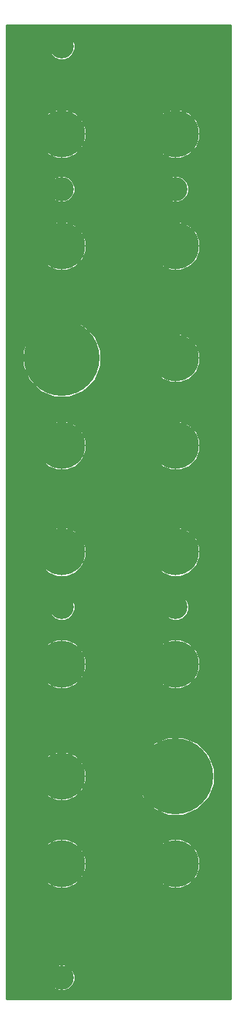
<source format=gbl>
G04 #@! TF.GenerationSoftware,KiCad,Pcbnew,(5.0.0)*
G04 #@! TF.CreationDate,2018-08-12T22:01:39+02:00*
G04 #@! TF.ProjectId,twobytwo_tone_rev1_panel,74776F627974776F5F746F6E655F7265,rev?*
G04 #@! TF.SameCoordinates,Original*
G04 #@! TF.FileFunction,Copper,L2,Bot,Signal*
G04 #@! TF.FilePolarity,Positive*
%FSLAX46Y46*%
G04 Gerber Fmt 4.6, Leading zero omitted, Abs format (unit mm)*
G04 Created by KiCad (PCBNEW (5.0.0)) date 08/12/18 22:01:39*
%MOMM*%
%LPD*%
G01*
G04 APERTURE LIST*
G04 #@! TA.AperFunction,ComponentPad*
%ADD10C,6.200000*%
G04 #@! TD*
G04 #@! TA.AperFunction,ComponentPad*
%ADD11C,3.200000*%
G04 #@! TD*
G04 #@! TA.AperFunction,ComponentPad*
%ADD12C,10.000000*%
G04 #@! TD*
G04 #@! TA.AperFunction,NonConductor*
%ADD13C,0.254000*%
G04 #@! TD*
G04 APERTURE END LIST*
D10*
G04 #@! TO.P,REF\002A\002A,*
G04 #@! TO.N,*
X22500000Y-43990000D03*
G04 #@! TD*
G04 #@! TO.P,REF\002A\002A,*
G04 #@! TO.N,*
X22500000Y-110490000D03*
G04 #@! TD*
D11*
G04 #@! TO.P,REF\002A\002A,*
G04 #@! TO.N,*
X22500000Y-76750000D03*
G04 #@! TD*
G04 #@! TO.P,REF\002A\002A,*
G04 #@! TO.N,*
X22500000Y-21750000D03*
G04 #@! TD*
D10*
G04 #@! TO.P,REF\002A\002A,*
G04 #@! TO.N,*
X22500000Y-55490000D03*
G04 #@! TD*
G04 #@! TO.P,REF\002A\002A,*
G04 #@! TO.N,*
X22500000Y-84240000D03*
G04 #@! TD*
G04 #@! TO.P,REF\002A\002A,*
G04 #@! TO.N,*
X22500000Y-14490000D03*
G04 #@! TD*
D12*
G04 #@! TO.P,REF\002A\002A,*
G04 #@! TO.N,*
X22500000Y-98990000D03*
G04 #@! TD*
D10*
G04 #@! TO.P,REF\002A\002A,*
G04 #@! TO.N,*
X22500000Y-29240000D03*
G04 #@! TD*
G04 #@! TO.P,REF\002A\002A,*
G04 #@! TO.N,*
X22500000Y-69490000D03*
G04 #@! TD*
D11*
G04 #@! TO.P,REF\002A\002A,*
G04 #@! TO.N,*
X7500000Y-3000000D03*
G04 #@! TD*
G04 #@! TO.P,REF\002A\002A,*
G04 #@! TO.N,*
X7500000Y-125500000D03*
G04 #@! TD*
D10*
G04 #@! TO.P,REF\002A\002A,*
G04 #@! TO.N,*
X7500000Y-14490000D03*
G04 #@! TD*
G04 #@! TO.P,REF\002A\002A,*
G04 #@! TO.N,*
X7500000Y-110490000D03*
G04 #@! TD*
G04 #@! TO.P,REF\002A\002A,*
G04 #@! TO.N,*
X7500000Y-98990000D03*
G04 #@! TD*
G04 #@! TO.P,REF\002A\002A,*
G04 #@! TO.N,*
X7500000Y-84240000D03*
G04 #@! TD*
G04 #@! TO.P,REF\002A\002A,*
G04 #@! TO.N,*
X7500000Y-69490000D03*
G04 #@! TD*
G04 #@! TO.P,REF\002A\002A,*
G04 #@! TO.N,*
X7500000Y-55490000D03*
G04 #@! TD*
G04 #@! TO.P,REF\002A\002A,*
G04 #@! TO.N,*
X7500000Y-29240000D03*
G04 #@! TD*
D12*
G04 #@! TO.P,REF\002A\002A,*
G04 #@! TO.N,*
X7500000Y-43990000D03*
G04 #@! TD*
D11*
G04 #@! TO.P,REF\002A\002A,*
G04 #@! TO.N,*
X7500000Y-21750000D03*
G04 #@! TD*
G04 #@! TO.P,REF\002A\002A,*
G04 #@! TO.N,*
X7500000Y-76750000D03*
G04 #@! TD*
D13*
G36*
X29763001Y-128263000D02*
X237000Y-128263000D01*
X237000Y-125154489D01*
X5763000Y-125154489D01*
X5763000Y-125845511D01*
X6027442Y-126483932D01*
X6516068Y-126972558D01*
X7154489Y-127237000D01*
X7845511Y-127237000D01*
X8483932Y-126972558D01*
X8972558Y-126483932D01*
X9237000Y-125845511D01*
X9237000Y-125154489D01*
X8972558Y-124516068D01*
X8483932Y-124027442D01*
X7845511Y-123763000D01*
X7154489Y-123763000D01*
X6516068Y-124027442D01*
X6027442Y-124516068D01*
X5763000Y-125154489D01*
X237000Y-125154489D01*
X237000Y-109846121D01*
X4263000Y-109846121D01*
X4263000Y-111133879D01*
X4755804Y-112323613D01*
X5666387Y-113234196D01*
X6856121Y-113727000D01*
X8143879Y-113727000D01*
X9333613Y-113234196D01*
X10244196Y-112323613D01*
X10737000Y-111133879D01*
X10737000Y-109846121D01*
X19263000Y-109846121D01*
X19263000Y-111133879D01*
X19755804Y-112323613D01*
X20666387Y-113234196D01*
X21856121Y-113727000D01*
X23143879Y-113727000D01*
X24333613Y-113234196D01*
X25244196Y-112323613D01*
X25737000Y-111133879D01*
X25737000Y-109846121D01*
X25244196Y-108656387D01*
X24333613Y-107745804D01*
X23143879Y-107253000D01*
X21856121Y-107253000D01*
X20666387Y-107745804D01*
X19755804Y-108656387D01*
X19263000Y-109846121D01*
X10737000Y-109846121D01*
X10244196Y-108656387D01*
X9333613Y-107745804D01*
X8143879Y-107253000D01*
X6856121Y-107253000D01*
X5666387Y-107745804D01*
X4755804Y-108656387D01*
X4263000Y-109846121D01*
X237000Y-109846121D01*
X237000Y-98346121D01*
X4263000Y-98346121D01*
X4263000Y-99633879D01*
X4755804Y-100823613D01*
X5666387Y-101734196D01*
X6856121Y-102227000D01*
X8143879Y-102227000D01*
X9333613Y-101734196D01*
X10244196Y-100823613D01*
X10737000Y-99633879D01*
X10737000Y-98346121D01*
X10580455Y-97968187D01*
X17363000Y-97968187D01*
X17363000Y-100011813D01*
X18145061Y-101899877D01*
X19590123Y-103344939D01*
X21478187Y-104127000D01*
X23521813Y-104127000D01*
X25409877Y-103344939D01*
X26854939Y-101899877D01*
X27637000Y-100011813D01*
X27637000Y-97968187D01*
X26854939Y-96080123D01*
X25409877Y-94635061D01*
X23521813Y-93853000D01*
X21478187Y-93853000D01*
X19590123Y-94635061D01*
X18145061Y-96080123D01*
X17363000Y-97968187D01*
X10580455Y-97968187D01*
X10244196Y-97156387D01*
X9333613Y-96245804D01*
X8143879Y-95753000D01*
X6856121Y-95753000D01*
X5666387Y-96245804D01*
X4755804Y-97156387D01*
X4263000Y-98346121D01*
X237000Y-98346121D01*
X237000Y-83596121D01*
X4263000Y-83596121D01*
X4263000Y-84883879D01*
X4755804Y-86073613D01*
X5666387Y-86984196D01*
X6856121Y-87477000D01*
X8143879Y-87477000D01*
X9333613Y-86984196D01*
X10244196Y-86073613D01*
X10737000Y-84883879D01*
X10737000Y-83596121D01*
X19263000Y-83596121D01*
X19263000Y-84883879D01*
X19755804Y-86073613D01*
X20666387Y-86984196D01*
X21856121Y-87477000D01*
X23143879Y-87477000D01*
X24333613Y-86984196D01*
X25244196Y-86073613D01*
X25737000Y-84883879D01*
X25737000Y-83596121D01*
X25244196Y-82406387D01*
X24333613Y-81495804D01*
X23143879Y-81003000D01*
X21856121Y-81003000D01*
X20666387Y-81495804D01*
X19755804Y-82406387D01*
X19263000Y-83596121D01*
X10737000Y-83596121D01*
X10244196Y-82406387D01*
X9333613Y-81495804D01*
X8143879Y-81003000D01*
X6856121Y-81003000D01*
X5666387Y-81495804D01*
X4755804Y-82406387D01*
X4263000Y-83596121D01*
X237000Y-83596121D01*
X237000Y-76404489D01*
X5763000Y-76404489D01*
X5763000Y-77095511D01*
X6027442Y-77733932D01*
X6516068Y-78222558D01*
X7154489Y-78487000D01*
X7845511Y-78487000D01*
X8483932Y-78222558D01*
X8972558Y-77733932D01*
X9237000Y-77095511D01*
X9237000Y-76404489D01*
X20763000Y-76404489D01*
X20763000Y-77095511D01*
X21027442Y-77733932D01*
X21516068Y-78222558D01*
X22154489Y-78487000D01*
X22845511Y-78487000D01*
X23483932Y-78222558D01*
X23972558Y-77733932D01*
X24237000Y-77095511D01*
X24237000Y-76404489D01*
X23972558Y-75766068D01*
X23483932Y-75277442D01*
X22845511Y-75013000D01*
X22154489Y-75013000D01*
X21516068Y-75277442D01*
X21027442Y-75766068D01*
X20763000Y-76404489D01*
X9237000Y-76404489D01*
X8972558Y-75766068D01*
X8483932Y-75277442D01*
X7845511Y-75013000D01*
X7154489Y-75013000D01*
X6516068Y-75277442D01*
X6027442Y-75766068D01*
X5763000Y-76404489D01*
X237000Y-76404489D01*
X237000Y-68846121D01*
X4263000Y-68846121D01*
X4263000Y-70133879D01*
X4755804Y-71323613D01*
X5666387Y-72234196D01*
X6856121Y-72727000D01*
X8143879Y-72727000D01*
X9333613Y-72234196D01*
X10244196Y-71323613D01*
X10737000Y-70133879D01*
X10737000Y-68846121D01*
X19263000Y-68846121D01*
X19263000Y-70133879D01*
X19755804Y-71323613D01*
X20666387Y-72234196D01*
X21856121Y-72727000D01*
X23143879Y-72727000D01*
X24333613Y-72234196D01*
X25244196Y-71323613D01*
X25737000Y-70133879D01*
X25737000Y-68846121D01*
X25244196Y-67656387D01*
X24333613Y-66745804D01*
X23143879Y-66253000D01*
X21856121Y-66253000D01*
X20666387Y-66745804D01*
X19755804Y-67656387D01*
X19263000Y-68846121D01*
X10737000Y-68846121D01*
X10244196Y-67656387D01*
X9333613Y-66745804D01*
X8143879Y-66253000D01*
X6856121Y-66253000D01*
X5666387Y-66745804D01*
X4755804Y-67656387D01*
X4263000Y-68846121D01*
X237000Y-68846121D01*
X237000Y-54846121D01*
X4263000Y-54846121D01*
X4263000Y-56133879D01*
X4755804Y-57323613D01*
X5666387Y-58234196D01*
X6856121Y-58727000D01*
X8143879Y-58727000D01*
X9333613Y-58234196D01*
X10244196Y-57323613D01*
X10737000Y-56133879D01*
X10737000Y-54846121D01*
X19263000Y-54846121D01*
X19263000Y-56133879D01*
X19755804Y-57323613D01*
X20666387Y-58234196D01*
X21856121Y-58727000D01*
X23143879Y-58727000D01*
X24333613Y-58234196D01*
X25244196Y-57323613D01*
X25737000Y-56133879D01*
X25737000Y-54846121D01*
X25244196Y-53656387D01*
X24333613Y-52745804D01*
X23143879Y-52253000D01*
X21856121Y-52253000D01*
X20666387Y-52745804D01*
X19755804Y-53656387D01*
X19263000Y-54846121D01*
X10737000Y-54846121D01*
X10244196Y-53656387D01*
X9333613Y-52745804D01*
X8143879Y-52253000D01*
X6856121Y-52253000D01*
X5666387Y-52745804D01*
X4755804Y-53656387D01*
X4263000Y-54846121D01*
X237000Y-54846121D01*
X237000Y-42968187D01*
X2363000Y-42968187D01*
X2363000Y-45011813D01*
X3145061Y-46899877D01*
X4590123Y-48344939D01*
X6478187Y-49127000D01*
X8521813Y-49127000D01*
X10409877Y-48344939D01*
X11854939Y-46899877D01*
X12637000Y-45011813D01*
X12637000Y-43346121D01*
X19263000Y-43346121D01*
X19263000Y-44633879D01*
X19755804Y-45823613D01*
X20666387Y-46734196D01*
X21856121Y-47227000D01*
X23143879Y-47227000D01*
X24333613Y-46734196D01*
X25244196Y-45823613D01*
X25737000Y-44633879D01*
X25737000Y-43346121D01*
X25244196Y-42156387D01*
X24333613Y-41245804D01*
X23143879Y-40753000D01*
X21856121Y-40753000D01*
X20666387Y-41245804D01*
X19755804Y-42156387D01*
X19263000Y-43346121D01*
X12637000Y-43346121D01*
X12637000Y-42968187D01*
X11854939Y-41080123D01*
X10409877Y-39635061D01*
X8521813Y-38853000D01*
X6478187Y-38853000D01*
X4590123Y-39635061D01*
X3145061Y-41080123D01*
X2363000Y-42968187D01*
X237000Y-42968187D01*
X237000Y-28596121D01*
X4263000Y-28596121D01*
X4263000Y-29883879D01*
X4755804Y-31073613D01*
X5666387Y-31984196D01*
X6856121Y-32477000D01*
X8143879Y-32477000D01*
X9333613Y-31984196D01*
X10244196Y-31073613D01*
X10737000Y-29883879D01*
X10737000Y-28596121D01*
X19263000Y-28596121D01*
X19263000Y-29883879D01*
X19755804Y-31073613D01*
X20666387Y-31984196D01*
X21856121Y-32477000D01*
X23143879Y-32477000D01*
X24333613Y-31984196D01*
X25244196Y-31073613D01*
X25737000Y-29883879D01*
X25737000Y-28596121D01*
X25244196Y-27406387D01*
X24333613Y-26495804D01*
X23143879Y-26003000D01*
X21856121Y-26003000D01*
X20666387Y-26495804D01*
X19755804Y-27406387D01*
X19263000Y-28596121D01*
X10737000Y-28596121D01*
X10244196Y-27406387D01*
X9333613Y-26495804D01*
X8143879Y-26003000D01*
X6856121Y-26003000D01*
X5666387Y-26495804D01*
X4755804Y-27406387D01*
X4263000Y-28596121D01*
X237000Y-28596121D01*
X237000Y-21404489D01*
X5763000Y-21404489D01*
X5763000Y-22095511D01*
X6027442Y-22733932D01*
X6516068Y-23222558D01*
X7154489Y-23487000D01*
X7845511Y-23487000D01*
X8483932Y-23222558D01*
X8972558Y-22733932D01*
X9237000Y-22095511D01*
X9237000Y-21404489D01*
X20763000Y-21404489D01*
X20763000Y-22095511D01*
X21027442Y-22733932D01*
X21516068Y-23222558D01*
X22154489Y-23487000D01*
X22845511Y-23487000D01*
X23483932Y-23222558D01*
X23972558Y-22733932D01*
X24237000Y-22095511D01*
X24237000Y-21404489D01*
X23972558Y-20766068D01*
X23483932Y-20277442D01*
X22845511Y-20013000D01*
X22154489Y-20013000D01*
X21516068Y-20277442D01*
X21027442Y-20766068D01*
X20763000Y-21404489D01*
X9237000Y-21404489D01*
X8972558Y-20766068D01*
X8483932Y-20277442D01*
X7845511Y-20013000D01*
X7154489Y-20013000D01*
X6516068Y-20277442D01*
X6027442Y-20766068D01*
X5763000Y-21404489D01*
X237000Y-21404489D01*
X237000Y-13846121D01*
X4263000Y-13846121D01*
X4263000Y-15133879D01*
X4755804Y-16323613D01*
X5666387Y-17234196D01*
X6856121Y-17727000D01*
X8143879Y-17727000D01*
X9333613Y-17234196D01*
X10244196Y-16323613D01*
X10737000Y-15133879D01*
X10737000Y-13846121D01*
X19263000Y-13846121D01*
X19263000Y-15133879D01*
X19755804Y-16323613D01*
X20666387Y-17234196D01*
X21856121Y-17727000D01*
X23143879Y-17727000D01*
X24333613Y-17234196D01*
X25244196Y-16323613D01*
X25737000Y-15133879D01*
X25737000Y-13846121D01*
X25244196Y-12656387D01*
X24333613Y-11745804D01*
X23143879Y-11253000D01*
X21856121Y-11253000D01*
X20666387Y-11745804D01*
X19755804Y-12656387D01*
X19263000Y-13846121D01*
X10737000Y-13846121D01*
X10244196Y-12656387D01*
X9333613Y-11745804D01*
X8143879Y-11253000D01*
X6856121Y-11253000D01*
X5666387Y-11745804D01*
X4755804Y-12656387D01*
X4263000Y-13846121D01*
X237000Y-13846121D01*
X237000Y-2654489D01*
X5763000Y-2654489D01*
X5763000Y-3345511D01*
X6027442Y-3983932D01*
X6516068Y-4472558D01*
X7154489Y-4737000D01*
X7845511Y-4737000D01*
X8483932Y-4472558D01*
X8972558Y-3983932D01*
X9237000Y-3345511D01*
X9237000Y-2654489D01*
X8972558Y-2016068D01*
X8483932Y-1527442D01*
X7845511Y-1263000D01*
X7154489Y-1263000D01*
X6516068Y-1527442D01*
X6027442Y-2016068D01*
X5763000Y-2654489D01*
X237000Y-2654489D01*
X237000Y-237000D01*
X29763000Y-237000D01*
X29763001Y-128263000D01*
X29763001Y-128263000D01*
G37*
X29763001Y-128263000D02*
X237000Y-128263000D01*
X237000Y-125154489D01*
X5763000Y-125154489D01*
X5763000Y-125845511D01*
X6027442Y-126483932D01*
X6516068Y-126972558D01*
X7154489Y-127237000D01*
X7845511Y-127237000D01*
X8483932Y-126972558D01*
X8972558Y-126483932D01*
X9237000Y-125845511D01*
X9237000Y-125154489D01*
X8972558Y-124516068D01*
X8483932Y-124027442D01*
X7845511Y-123763000D01*
X7154489Y-123763000D01*
X6516068Y-124027442D01*
X6027442Y-124516068D01*
X5763000Y-125154489D01*
X237000Y-125154489D01*
X237000Y-109846121D01*
X4263000Y-109846121D01*
X4263000Y-111133879D01*
X4755804Y-112323613D01*
X5666387Y-113234196D01*
X6856121Y-113727000D01*
X8143879Y-113727000D01*
X9333613Y-113234196D01*
X10244196Y-112323613D01*
X10737000Y-111133879D01*
X10737000Y-109846121D01*
X19263000Y-109846121D01*
X19263000Y-111133879D01*
X19755804Y-112323613D01*
X20666387Y-113234196D01*
X21856121Y-113727000D01*
X23143879Y-113727000D01*
X24333613Y-113234196D01*
X25244196Y-112323613D01*
X25737000Y-111133879D01*
X25737000Y-109846121D01*
X25244196Y-108656387D01*
X24333613Y-107745804D01*
X23143879Y-107253000D01*
X21856121Y-107253000D01*
X20666387Y-107745804D01*
X19755804Y-108656387D01*
X19263000Y-109846121D01*
X10737000Y-109846121D01*
X10244196Y-108656387D01*
X9333613Y-107745804D01*
X8143879Y-107253000D01*
X6856121Y-107253000D01*
X5666387Y-107745804D01*
X4755804Y-108656387D01*
X4263000Y-109846121D01*
X237000Y-109846121D01*
X237000Y-98346121D01*
X4263000Y-98346121D01*
X4263000Y-99633879D01*
X4755804Y-100823613D01*
X5666387Y-101734196D01*
X6856121Y-102227000D01*
X8143879Y-102227000D01*
X9333613Y-101734196D01*
X10244196Y-100823613D01*
X10737000Y-99633879D01*
X10737000Y-98346121D01*
X10580455Y-97968187D01*
X17363000Y-97968187D01*
X17363000Y-100011813D01*
X18145061Y-101899877D01*
X19590123Y-103344939D01*
X21478187Y-104127000D01*
X23521813Y-104127000D01*
X25409877Y-103344939D01*
X26854939Y-101899877D01*
X27637000Y-100011813D01*
X27637000Y-97968187D01*
X26854939Y-96080123D01*
X25409877Y-94635061D01*
X23521813Y-93853000D01*
X21478187Y-93853000D01*
X19590123Y-94635061D01*
X18145061Y-96080123D01*
X17363000Y-97968187D01*
X10580455Y-97968187D01*
X10244196Y-97156387D01*
X9333613Y-96245804D01*
X8143879Y-95753000D01*
X6856121Y-95753000D01*
X5666387Y-96245804D01*
X4755804Y-97156387D01*
X4263000Y-98346121D01*
X237000Y-98346121D01*
X237000Y-83596121D01*
X4263000Y-83596121D01*
X4263000Y-84883879D01*
X4755804Y-86073613D01*
X5666387Y-86984196D01*
X6856121Y-87477000D01*
X8143879Y-87477000D01*
X9333613Y-86984196D01*
X10244196Y-86073613D01*
X10737000Y-84883879D01*
X10737000Y-83596121D01*
X19263000Y-83596121D01*
X19263000Y-84883879D01*
X19755804Y-86073613D01*
X20666387Y-86984196D01*
X21856121Y-87477000D01*
X23143879Y-87477000D01*
X24333613Y-86984196D01*
X25244196Y-86073613D01*
X25737000Y-84883879D01*
X25737000Y-83596121D01*
X25244196Y-82406387D01*
X24333613Y-81495804D01*
X23143879Y-81003000D01*
X21856121Y-81003000D01*
X20666387Y-81495804D01*
X19755804Y-82406387D01*
X19263000Y-83596121D01*
X10737000Y-83596121D01*
X10244196Y-82406387D01*
X9333613Y-81495804D01*
X8143879Y-81003000D01*
X6856121Y-81003000D01*
X5666387Y-81495804D01*
X4755804Y-82406387D01*
X4263000Y-83596121D01*
X237000Y-83596121D01*
X237000Y-76404489D01*
X5763000Y-76404489D01*
X5763000Y-77095511D01*
X6027442Y-77733932D01*
X6516068Y-78222558D01*
X7154489Y-78487000D01*
X7845511Y-78487000D01*
X8483932Y-78222558D01*
X8972558Y-77733932D01*
X9237000Y-77095511D01*
X9237000Y-76404489D01*
X20763000Y-76404489D01*
X20763000Y-77095511D01*
X21027442Y-77733932D01*
X21516068Y-78222558D01*
X22154489Y-78487000D01*
X22845511Y-78487000D01*
X23483932Y-78222558D01*
X23972558Y-77733932D01*
X24237000Y-77095511D01*
X24237000Y-76404489D01*
X23972558Y-75766068D01*
X23483932Y-75277442D01*
X22845511Y-75013000D01*
X22154489Y-75013000D01*
X21516068Y-75277442D01*
X21027442Y-75766068D01*
X20763000Y-76404489D01*
X9237000Y-76404489D01*
X8972558Y-75766068D01*
X8483932Y-75277442D01*
X7845511Y-75013000D01*
X7154489Y-75013000D01*
X6516068Y-75277442D01*
X6027442Y-75766068D01*
X5763000Y-76404489D01*
X237000Y-76404489D01*
X237000Y-68846121D01*
X4263000Y-68846121D01*
X4263000Y-70133879D01*
X4755804Y-71323613D01*
X5666387Y-72234196D01*
X6856121Y-72727000D01*
X8143879Y-72727000D01*
X9333613Y-72234196D01*
X10244196Y-71323613D01*
X10737000Y-70133879D01*
X10737000Y-68846121D01*
X19263000Y-68846121D01*
X19263000Y-70133879D01*
X19755804Y-71323613D01*
X20666387Y-72234196D01*
X21856121Y-72727000D01*
X23143879Y-72727000D01*
X24333613Y-72234196D01*
X25244196Y-71323613D01*
X25737000Y-70133879D01*
X25737000Y-68846121D01*
X25244196Y-67656387D01*
X24333613Y-66745804D01*
X23143879Y-66253000D01*
X21856121Y-66253000D01*
X20666387Y-66745804D01*
X19755804Y-67656387D01*
X19263000Y-68846121D01*
X10737000Y-68846121D01*
X10244196Y-67656387D01*
X9333613Y-66745804D01*
X8143879Y-66253000D01*
X6856121Y-66253000D01*
X5666387Y-66745804D01*
X4755804Y-67656387D01*
X4263000Y-68846121D01*
X237000Y-68846121D01*
X237000Y-54846121D01*
X4263000Y-54846121D01*
X4263000Y-56133879D01*
X4755804Y-57323613D01*
X5666387Y-58234196D01*
X6856121Y-58727000D01*
X8143879Y-58727000D01*
X9333613Y-58234196D01*
X10244196Y-57323613D01*
X10737000Y-56133879D01*
X10737000Y-54846121D01*
X19263000Y-54846121D01*
X19263000Y-56133879D01*
X19755804Y-57323613D01*
X20666387Y-58234196D01*
X21856121Y-58727000D01*
X23143879Y-58727000D01*
X24333613Y-58234196D01*
X25244196Y-57323613D01*
X25737000Y-56133879D01*
X25737000Y-54846121D01*
X25244196Y-53656387D01*
X24333613Y-52745804D01*
X23143879Y-52253000D01*
X21856121Y-52253000D01*
X20666387Y-52745804D01*
X19755804Y-53656387D01*
X19263000Y-54846121D01*
X10737000Y-54846121D01*
X10244196Y-53656387D01*
X9333613Y-52745804D01*
X8143879Y-52253000D01*
X6856121Y-52253000D01*
X5666387Y-52745804D01*
X4755804Y-53656387D01*
X4263000Y-54846121D01*
X237000Y-54846121D01*
X237000Y-42968187D01*
X2363000Y-42968187D01*
X2363000Y-45011813D01*
X3145061Y-46899877D01*
X4590123Y-48344939D01*
X6478187Y-49127000D01*
X8521813Y-49127000D01*
X10409877Y-48344939D01*
X11854939Y-46899877D01*
X12637000Y-45011813D01*
X12637000Y-43346121D01*
X19263000Y-43346121D01*
X19263000Y-44633879D01*
X19755804Y-45823613D01*
X20666387Y-46734196D01*
X21856121Y-47227000D01*
X23143879Y-47227000D01*
X24333613Y-46734196D01*
X25244196Y-45823613D01*
X25737000Y-44633879D01*
X25737000Y-43346121D01*
X25244196Y-42156387D01*
X24333613Y-41245804D01*
X23143879Y-40753000D01*
X21856121Y-40753000D01*
X20666387Y-41245804D01*
X19755804Y-42156387D01*
X19263000Y-43346121D01*
X12637000Y-43346121D01*
X12637000Y-42968187D01*
X11854939Y-41080123D01*
X10409877Y-39635061D01*
X8521813Y-38853000D01*
X6478187Y-38853000D01*
X4590123Y-39635061D01*
X3145061Y-41080123D01*
X2363000Y-42968187D01*
X237000Y-42968187D01*
X237000Y-28596121D01*
X4263000Y-28596121D01*
X4263000Y-29883879D01*
X4755804Y-31073613D01*
X5666387Y-31984196D01*
X6856121Y-32477000D01*
X8143879Y-32477000D01*
X9333613Y-31984196D01*
X10244196Y-31073613D01*
X10737000Y-29883879D01*
X10737000Y-28596121D01*
X19263000Y-28596121D01*
X19263000Y-29883879D01*
X19755804Y-31073613D01*
X20666387Y-31984196D01*
X21856121Y-32477000D01*
X23143879Y-32477000D01*
X24333613Y-31984196D01*
X25244196Y-31073613D01*
X25737000Y-29883879D01*
X25737000Y-28596121D01*
X25244196Y-27406387D01*
X24333613Y-26495804D01*
X23143879Y-26003000D01*
X21856121Y-26003000D01*
X20666387Y-26495804D01*
X19755804Y-27406387D01*
X19263000Y-28596121D01*
X10737000Y-28596121D01*
X10244196Y-27406387D01*
X9333613Y-26495804D01*
X8143879Y-26003000D01*
X6856121Y-26003000D01*
X5666387Y-26495804D01*
X4755804Y-27406387D01*
X4263000Y-28596121D01*
X237000Y-28596121D01*
X237000Y-21404489D01*
X5763000Y-21404489D01*
X5763000Y-22095511D01*
X6027442Y-22733932D01*
X6516068Y-23222558D01*
X7154489Y-23487000D01*
X7845511Y-23487000D01*
X8483932Y-23222558D01*
X8972558Y-22733932D01*
X9237000Y-22095511D01*
X9237000Y-21404489D01*
X20763000Y-21404489D01*
X20763000Y-22095511D01*
X21027442Y-22733932D01*
X21516068Y-23222558D01*
X22154489Y-23487000D01*
X22845511Y-23487000D01*
X23483932Y-23222558D01*
X23972558Y-22733932D01*
X24237000Y-22095511D01*
X24237000Y-21404489D01*
X23972558Y-20766068D01*
X23483932Y-20277442D01*
X22845511Y-20013000D01*
X22154489Y-20013000D01*
X21516068Y-20277442D01*
X21027442Y-20766068D01*
X20763000Y-21404489D01*
X9237000Y-21404489D01*
X8972558Y-20766068D01*
X8483932Y-20277442D01*
X7845511Y-20013000D01*
X7154489Y-20013000D01*
X6516068Y-20277442D01*
X6027442Y-20766068D01*
X5763000Y-21404489D01*
X237000Y-21404489D01*
X237000Y-13846121D01*
X4263000Y-13846121D01*
X4263000Y-15133879D01*
X4755804Y-16323613D01*
X5666387Y-17234196D01*
X6856121Y-17727000D01*
X8143879Y-17727000D01*
X9333613Y-17234196D01*
X10244196Y-16323613D01*
X10737000Y-15133879D01*
X10737000Y-13846121D01*
X19263000Y-13846121D01*
X19263000Y-15133879D01*
X19755804Y-16323613D01*
X20666387Y-17234196D01*
X21856121Y-17727000D01*
X23143879Y-17727000D01*
X24333613Y-17234196D01*
X25244196Y-16323613D01*
X25737000Y-15133879D01*
X25737000Y-13846121D01*
X25244196Y-12656387D01*
X24333613Y-11745804D01*
X23143879Y-11253000D01*
X21856121Y-11253000D01*
X20666387Y-11745804D01*
X19755804Y-12656387D01*
X19263000Y-13846121D01*
X10737000Y-13846121D01*
X10244196Y-12656387D01*
X9333613Y-11745804D01*
X8143879Y-11253000D01*
X6856121Y-11253000D01*
X5666387Y-11745804D01*
X4755804Y-12656387D01*
X4263000Y-13846121D01*
X237000Y-13846121D01*
X237000Y-2654489D01*
X5763000Y-2654489D01*
X5763000Y-3345511D01*
X6027442Y-3983932D01*
X6516068Y-4472558D01*
X7154489Y-4737000D01*
X7845511Y-4737000D01*
X8483932Y-4472558D01*
X8972558Y-3983932D01*
X9237000Y-3345511D01*
X9237000Y-2654489D01*
X8972558Y-2016068D01*
X8483932Y-1527442D01*
X7845511Y-1263000D01*
X7154489Y-1263000D01*
X6516068Y-1527442D01*
X6027442Y-2016068D01*
X5763000Y-2654489D01*
X237000Y-2654489D01*
X237000Y-237000D01*
X29763000Y-237000D01*
X29763001Y-128263000D01*
M02*

</source>
